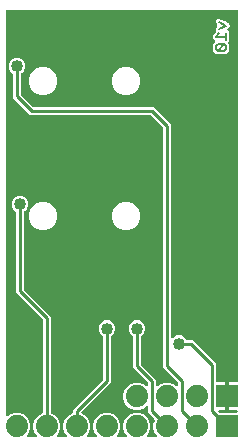
<source format=gbr>
G04 EAGLE Gerber RS-274X export*
G75*
%MOMM*%
%FSLAX34Y34*%
%LPD*%
%INBottom Copper*%
%IPPOS*%
%AMOC8*
5,1,8,0,0,1.08239X$1,22.5*%
G01*
%ADD10C,0.152400*%
%ADD11R,1.879600X1.879600*%
%ADD12C,1.879600*%
%ADD13C,1.016000*%
%ADD14C,0.254000*%

G36*
X28910Y3307D02*
X28910Y3307D01*
X28939Y3304D01*
X29050Y3327D01*
X29162Y3343D01*
X29189Y3355D01*
X29218Y3360D01*
X29318Y3413D01*
X29422Y3459D01*
X29444Y3478D01*
X29470Y3491D01*
X29552Y3569D01*
X29639Y3642D01*
X29655Y3667D01*
X29676Y3687D01*
X29733Y3785D01*
X29796Y3879D01*
X29805Y3907D01*
X29820Y3932D01*
X29848Y4042D01*
X29882Y4150D01*
X29883Y4180D01*
X29890Y4208D01*
X29886Y4321D01*
X29889Y4434D01*
X29882Y4463D01*
X29881Y4492D01*
X29846Y4600D01*
X29818Y4709D01*
X29803Y4735D01*
X29794Y4763D01*
X29748Y4827D01*
X29672Y4954D01*
X29627Y4997D01*
X29599Y5036D01*
X28409Y6225D01*
X26669Y10426D01*
X26669Y14974D01*
X28410Y19175D01*
X31625Y22391D01*
X34171Y23445D01*
X34172Y23446D01*
X34173Y23446D01*
X34294Y23518D01*
X34415Y23589D01*
X34416Y23591D01*
X34418Y23591D01*
X34515Y23695D01*
X34611Y23796D01*
X34611Y23797D01*
X34612Y23799D01*
X34677Y23924D01*
X34741Y24049D01*
X34741Y24050D01*
X34742Y24052D01*
X34744Y24067D01*
X34796Y24328D01*
X34793Y24358D01*
X34797Y24383D01*
X34797Y102351D01*
X34785Y102438D01*
X34782Y102525D01*
X34765Y102578D01*
X34757Y102633D01*
X34722Y102713D01*
X34695Y102796D01*
X34667Y102835D01*
X34641Y102892D01*
X34545Y103006D01*
X34500Y103069D01*
X11937Y125632D01*
X11937Y193651D01*
X11937Y193653D01*
X11937Y193654D01*
X11917Y193793D01*
X11897Y193932D01*
X11897Y193934D01*
X11897Y193936D01*
X11839Y194062D01*
X11781Y194192D01*
X11780Y194193D01*
X11779Y194195D01*
X11687Y194303D01*
X11598Y194409D01*
X11596Y194410D01*
X11595Y194411D01*
X11582Y194419D01*
X11361Y194566D01*
X11332Y194576D01*
X11310Y194589D01*
X11211Y194630D01*
X9210Y196631D01*
X8127Y199245D01*
X8127Y202075D01*
X9210Y204689D01*
X11211Y206690D01*
X13825Y207773D01*
X16655Y207773D01*
X19269Y206690D01*
X21270Y204689D01*
X22353Y202075D01*
X22353Y199245D01*
X21270Y196631D01*
X19269Y194630D01*
X19170Y194589D01*
X19168Y194588D01*
X19167Y194588D01*
X19049Y194518D01*
X18925Y194444D01*
X18924Y194443D01*
X18922Y194442D01*
X18827Y194340D01*
X18730Y194238D01*
X18729Y194236D01*
X18728Y194235D01*
X18664Y194110D01*
X18599Y193985D01*
X18599Y193983D01*
X18598Y193982D01*
X18596Y193967D01*
X18544Y193706D01*
X18547Y193676D01*
X18543Y193651D01*
X18543Y128789D01*
X18555Y128702D01*
X18558Y128615D01*
X18575Y128562D01*
X18583Y128507D01*
X18618Y128427D01*
X18645Y128344D01*
X18673Y128305D01*
X18699Y128248D01*
X18795Y128134D01*
X18840Y128071D01*
X41403Y105508D01*
X41403Y24383D01*
X41403Y24381D01*
X41403Y24380D01*
X41423Y24238D01*
X41443Y24101D01*
X41443Y24100D01*
X41443Y24098D01*
X41500Y23972D01*
X41559Y23842D01*
X41560Y23841D01*
X41561Y23839D01*
X41652Y23732D01*
X41742Y23625D01*
X41744Y23624D01*
X41745Y23623D01*
X41758Y23615D01*
X41979Y23467D01*
X42008Y23458D01*
X42029Y23445D01*
X44575Y22391D01*
X47790Y19175D01*
X49531Y14974D01*
X49531Y10426D01*
X47791Y6225D01*
X46601Y5036D01*
X46584Y5012D01*
X46561Y4993D01*
X46499Y4899D01*
X46430Y4809D01*
X46420Y4781D01*
X46404Y4757D01*
X46370Y4649D01*
X46329Y4543D01*
X46327Y4514D01*
X46318Y4486D01*
X46315Y4372D01*
X46306Y4260D01*
X46311Y4231D01*
X46311Y4202D01*
X46339Y4092D01*
X46362Y3981D01*
X46375Y3955D01*
X46382Y3927D01*
X46440Y3829D01*
X46493Y3729D01*
X46513Y3707D01*
X46528Y3682D01*
X46610Y3605D01*
X46688Y3523D01*
X46714Y3508D01*
X46735Y3488D01*
X46836Y3436D01*
X46934Y3379D01*
X46962Y3372D01*
X46988Y3358D01*
X47066Y3345D01*
X47209Y3309D01*
X47272Y3311D01*
X47319Y3303D01*
X54281Y3303D01*
X54310Y3307D01*
X54339Y3304D01*
X54450Y3327D01*
X54562Y3343D01*
X54589Y3355D01*
X54618Y3360D01*
X54718Y3413D01*
X54822Y3459D01*
X54844Y3478D01*
X54870Y3491D01*
X54952Y3569D01*
X55039Y3642D01*
X55055Y3667D01*
X55076Y3687D01*
X55133Y3785D01*
X55196Y3879D01*
X55205Y3907D01*
X55220Y3932D01*
X55248Y4042D01*
X55282Y4150D01*
X55283Y4180D01*
X55290Y4208D01*
X55286Y4321D01*
X55289Y4434D01*
X55282Y4463D01*
X55281Y4492D01*
X55246Y4600D01*
X55218Y4709D01*
X55203Y4735D01*
X55194Y4763D01*
X55148Y4827D01*
X55072Y4954D01*
X55027Y4997D01*
X54999Y5036D01*
X53809Y6225D01*
X52069Y10426D01*
X52069Y14974D01*
X53810Y19175D01*
X57025Y22391D01*
X59571Y23445D01*
X59572Y23446D01*
X59573Y23446D01*
X59694Y23518D01*
X59815Y23589D01*
X59816Y23591D01*
X59818Y23591D01*
X59915Y23695D01*
X60011Y23796D01*
X60011Y23797D01*
X60012Y23799D01*
X60077Y23924D01*
X60141Y24049D01*
X60141Y24050D01*
X60142Y24052D01*
X60144Y24067D01*
X60196Y24328D01*
X60193Y24358D01*
X60197Y24383D01*
X60197Y26768D01*
X85300Y51871D01*
X85352Y51940D01*
X85412Y52004D01*
X85438Y52054D01*
X85471Y52098D01*
X85502Y52180D01*
X85542Y52258D01*
X85550Y52305D01*
X85572Y52364D01*
X85584Y52511D01*
X85597Y52589D01*
X85597Y88241D01*
X85597Y88242D01*
X85597Y88244D01*
X85577Y88383D01*
X85557Y88522D01*
X85557Y88524D01*
X85557Y88525D01*
X85500Y88651D01*
X85441Y88782D01*
X85440Y88783D01*
X85439Y88784D01*
X85348Y88892D01*
X85258Y88999D01*
X85256Y89000D01*
X85255Y89001D01*
X85242Y89009D01*
X85021Y89156D01*
X84992Y89166D01*
X84971Y89179D01*
X84871Y89220D01*
X82870Y91221D01*
X81787Y93835D01*
X81787Y96665D01*
X82870Y99279D01*
X84871Y101280D01*
X87485Y102363D01*
X90315Y102363D01*
X92929Y101280D01*
X94930Y99279D01*
X96013Y96665D01*
X96013Y93835D01*
X94930Y91221D01*
X92929Y89220D01*
X92829Y89179D01*
X92828Y89178D01*
X92827Y89178D01*
X92708Y89107D01*
X92585Y89034D01*
X92584Y89033D01*
X92582Y89032D01*
X92485Y88928D01*
X92389Y88828D01*
X92389Y88826D01*
X92388Y88825D01*
X92323Y88699D01*
X92259Y88575D01*
X92259Y88573D01*
X92258Y88572D01*
X92256Y88557D01*
X92204Y88296D01*
X92207Y88266D01*
X92203Y88241D01*
X92203Y49432D01*
X89971Y47200D01*
X67646Y24875D01*
X67577Y24783D01*
X67503Y24695D01*
X67491Y24670D01*
X67475Y24648D01*
X67434Y24540D01*
X67387Y24435D01*
X67383Y24408D01*
X67373Y24382D01*
X67364Y24268D01*
X67348Y24154D01*
X67352Y24126D01*
X67350Y24099D01*
X67372Y23986D01*
X67389Y23872D01*
X67400Y23847D01*
X67406Y23820D01*
X67459Y23718D01*
X67506Y23613D01*
X67524Y23592D01*
X67537Y23568D01*
X67616Y23484D01*
X67690Y23397D01*
X67711Y23384D01*
X67733Y23361D01*
X67962Y23227D01*
X67975Y23219D01*
X69975Y22391D01*
X73190Y19175D01*
X74931Y14974D01*
X74931Y10426D01*
X73191Y6225D01*
X72001Y5036D01*
X71984Y5012D01*
X71961Y4993D01*
X71899Y4899D01*
X71830Y4809D01*
X71820Y4781D01*
X71804Y4757D01*
X71770Y4649D01*
X71729Y4543D01*
X71727Y4514D01*
X71718Y4486D01*
X71715Y4372D01*
X71706Y4260D01*
X71711Y4231D01*
X71711Y4202D01*
X71739Y4092D01*
X71762Y3981D01*
X71775Y3955D01*
X71782Y3927D01*
X71840Y3829D01*
X71893Y3729D01*
X71913Y3707D01*
X71928Y3682D01*
X72010Y3605D01*
X72088Y3523D01*
X72114Y3508D01*
X72135Y3488D01*
X72236Y3436D01*
X72334Y3379D01*
X72362Y3372D01*
X72388Y3358D01*
X72466Y3345D01*
X72609Y3309D01*
X72672Y3311D01*
X72719Y3303D01*
X79681Y3303D01*
X79710Y3307D01*
X79739Y3304D01*
X79850Y3327D01*
X79962Y3343D01*
X79989Y3355D01*
X80018Y3360D01*
X80118Y3413D01*
X80222Y3459D01*
X80244Y3478D01*
X80270Y3491D01*
X80352Y3569D01*
X80439Y3642D01*
X80455Y3667D01*
X80476Y3687D01*
X80533Y3785D01*
X80596Y3879D01*
X80605Y3907D01*
X80620Y3932D01*
X80648Y4042D01*
X80682Y4150D01*
X80683Y4180D01*
X80690Y4208D01*
X80686Y4321D01*
X80689Y4434D01*
X80682Y4463D01*
X80681Y4492D01*
X80646Y4600D01*
X80618Y4709D01*
X80603Y4735D01*
X80594Y4763D01*
X80548Y4827D01*
X80472Y4954D01*
X80427Y4997D01*
X80399Y5036D01*
X79209Y6225D01*
X77469Y10426D01*
X77469Y14974D01*
X79210Y19175D01*
X82425Y22390D01*
X86626Y24131D01*
X91174Y24131D01*
X95375Y22390D01*
X98590Y19175D01*
X100331Y14974D01*
X100331Y10426D01*
X98591Y6225D01*
X97401Y5036D01*
X97384Y5012D01*
X97361Y4993D01*
X97299Y4899D01*
X97230Y4809D01*
X97220Y4781D01*
X97204Y4757D01*
X97170Y4649D01*
X97129Y4543D01*
X97127Y4514D01*
X97118Y4486D01*
X97115Y4372D01*
X97106Y4260D01*
X97111Y4231D01*
X97111Y4202D01*
X97139Y4092D01*
X97162Y3981D01*
X97175Y3955D01*
X97182Y3927D01*
X97240Y3829D01*
X97293Y3729D01*
X97313Y3707D01*
X97328Y3682D01*
X97410Y3605D01*
X97488Y3523D01*
X97514Y3508D01*
X97535Y3488D01*
X97636Y3436D01*
X97734Y3379D01*
X97762Y3372D01*
X97788Y3358D01*
X97866Y3345D01*
X98009Y3309D01*
X98072Y3311D01*
X98119Y3303D01*
X105081Y3303D01*
X105110Y3307D01*
X105139Y3304D01*
X105250Y3327D01*
X105362Y3343D01*
X105389Y3355D01*
X105418Y3360D01*
X105518Y3413D01*
X105622Y3459D01*
X105644Y3478D01*
X105670Y3491D01*
X105752Y3569D01*
X105839Y3642D01*
X105855Y3667D01*
X105876Y3687D01*
X105933Y3785D01*
X105996Y3879D01*
X106005Y3907D01*
X106020Y3932D01*
X106048Y4042D01*
X106082Y4150D01*
X106083Y4180D01*
X106090Y4208D01*
X106086Y4321D01*
X106089Y4434D01*
X106082Y4463D01*
X106081Y4492D01*
X106046Y4600D01*
X106018Y4709D01*
X106003Y4735D01*
X105994Y4763D01*
X105948Y4827D01*
X105872Y4954D01*
X105827Y4997D01*
X105799Y5036D01*
X104609Y6225D01*
X102869Y10426D01*
X102869Y14974D01*
X104610Y19175D01*
X107825Y22390D01*
X112026Y24131D01*
X116574Y24131D01*
X120775Y22390D01*
X123990Y19175D01*
X125731Y14974D01*
X125731Y10426D01*
X123991Y6225D01*
X122801Y5036D01*
X122784Y5012D01*
X122761Y4993D01*
X122699Y4899D01*
X122630Y4809D01*
X122620Y4781D01*
X122604Y4757D01*
X122570Y4649D01*
X122529Y4543D01*
X122527Y4514D01*
X122518Y4486D01*
X122515Y4372D01*
X122506Y4260D01*
X122511Y4231D01*
X122511Y4202D01*
X122539Y4092D01*
X122562Y3981D01*
X122575Y3955D01*
X122582Y3927D01*
X122640Y3829D01*
X122693Y3729D01*
X122713Y3707D01*
X122728Y3682D01*
X122810Y3605D01*
X122888Y3523D01*
X122914Y3508D01*
X122935Y3488D01*
X123036Y3436D01*
X123134Y3379D01*
X123162Y3372D01*
X123188Y3358D01*
X123266Y3345D01*
X123409Y3309D01*
X123472Y3311D01*
X123519Y3303D01*
X130481Y3303D01*
X130510Y3307D01*
X130539Y3304D01*
X130650Y3327D01*
X130762Y3343D01*
X130789Y3355D01*
X130818Y3360D01*
X130918Y3413D01*
X131022Y3459D01*
X131044Y3478D01*
X131070Y3491D01*
X131152Y3569D01*
X131239Y3642D01*
X131255Y3667D01*
X131276Y3687D01*
X131333Y3785D01*
X131396Y3879D01*
X131405Y3907D01*
X131420Y3932D01*
X131448Y4042D01*
X131482Y4150D01*
X131483Y4180D01*
X131490Y4208D01*
X131486Y4321D01*
X131489Y4434D01*
X131482Y4463D01*
X131481Y4492D01*
X131446Y4600D01*
X131418Y4709D01*
X131403Y4735D01*
X131394Y4763D01*
X131348Y4827D01*
X131272Y4954D01*
X131227Y4997D01*
X131199Y5036D01*
X130009Y6225D01*
X128269Y10426D01*
X128269Y14974D01*
X129324Y17519D01*
X129324Y17521D01*
X129325Y17522D01*
X129359Y17656D01*
X129395Y17795D01*
X129395Y17796D01*
X129395Y17798D01*
X129390Y17938D01*
X129386Y18079D01*
X129386Y18080D01*
X129386Y18082D01*
X129343Y18215D01*
X129300Y18349D01*
X129299Y18351D01*
X129298Y18352D01*
X129290Y18364D01*
X129142Y18586D01*
X129118Y18605D01*
X129104Y18626D01*
X125929Y21800D01*
X123697Y24032D01*
X123697Y28881D01*
X123693Y28910D01*
X123696Y28939D01*
X123673Y29050D01*
X123657Y29162D01*
X123645Y29189D01*
X123640Y29218D01*
X123587Y29318D01*
X123541Y29422D01*
X123522Y29444D01*
X123509Y29470D01*
X123431Y29552D01*
X123358Y29639D01*
X123333Y29655D01*
X123313Y29676D01*
X123215Y29733D01*
X123121Y29796D01*
X123093Y29805D01*
X123068Y29820D01*
X122958Y29848D01*
X122850Y29882D01*
X122820Y29883D01*
X122792Y29890D01*
X122679Y29886D01*
X122566Y29889D01*
X122537Y29882D01*
X122508Y29881D01*
X122400Y29846D01*
X122291Y29818D01*
X122265Y29803D01*
X122237Y29794D01*
X122173Y29748D01*
X122046Y29672D01*
X122003Y29627D01*
X121964Y29599D01*
X120775Y28409D01*
X116574Y26669D01*
X112026Y26669D01*
X107825Y28410D01*
X104610Y31625D01*
X102869Y35826D01*
X102869Y40374D01*
X104610Y44575D01*
X107825Y47790D01*
X112026Y49531D01*
X116574Y49531D01*
X120775Y47791D01*
X121964Y46601D01*
X121988Y46584D01*
X122007Y46561D01*
X122101Y46499D01*
X122191Y46430D01*
X122219Y46420D01*
X122243Y46404D01*
X122351Y46370D01*
X122457Y46329D01*
X122486Y46327D01*
X122514Y46318D01*
X122628Y46315D01*
X122740Y46306D01*
X122769Y46311D01*
X122798Y46311D01*
X122908Y46339D01*
X123019Y46362D01*
X123045Y46375D01*
X123073Y46382D01*
X123171Y46440D01*
X123271Y46493D01*
X123293Y46513D01*
X123318Y46528D01*
X123395Y46610D01*
X123477Y46688D01*
X123492Y46714D01*
X123512Y46735D01*
X123564Y46836D01*
X123621Y46934D01*
X123628Y46962D01*
X123642Y46988D01*
X123655Y47066D01*
X123691Y47209D01*
X123689Y47272D01*
X123697Y47319D01*
X123697Y49011D01*
X123690Y49066D01*
X123691Y49105D01*
X123684Y49131D01*
X123682Y49185D01*
X123665Y49238D01*
X123657Y49293D01*
X123622Y49373D01*
X123595Y49456D01*
X123567Y49495D01*
X123541Y49552D01*
X123445Y49666D01*
X123400Y49729D01*
X110997Y62132D01*
X110997Y88241D01*
X110997Y88242D01*
X110997Y88244D01*
X110977Y88383D01*
X110957Y88522D01*
X110957Y88524D01*
X110957Y88525D01*
X110900Y88651D01*
X110841Y88782D01*
X110840Y88783D01*
X110839Y88784D01*
X110748Y88892D01*
X110658Y88999D01*
X110656Y89000D01*
X110655Y89001D01*
X110642Y89009D01*
X110421Y89156D01*
X110392Y89166D01*
X110371Y89179D01*
X110271Y89220D01*
X108270Y91221D01*
X107187Y93835D01*
X107187Y96665D01*
X108270Y99279D01*
X110271Y101280D01*
X112885Y102363D01*
X115715Y102363D01*
X118329Y101280D01*
X120330Y99279D01*
X121413Y96665D01*
X121413Y93835D01*
X120330Y91221D01*
X118329Y89220D01*
X118229Y89179D01*
X118228Y89178D01*
X118227Y89178D01*
X118108Y89107D01*
X117985Y89034D01*
X117984Y89033D01*
X117982Y89032D01*
X117885Y88928D01*
X117789Y88828D01*
X117789Y88826D01*
X117788Y88825D01*
X117723Y88699D01*
X117659Y88575D01*
X117659Y88573D01*
X117658Y88572D01*
X117656Y88557D01*
X117604Y88296D01*
X117607Y88266D01*
X117603Y88241D01*
X117603Y65289D01*
X117615Y65202D01*
X117618Y65115D01*
X117635Y65062D01*
X117643Y65007D01*
X117678Y64927D01*
X117705Y64844D01*
X117733Y64805D01*
X117759Y64748D01*
X117855Y64634D01*
X117900Y64571D01*
X130303Y52168D01*
X130303Y47319D01*
X130307Y47290D01*
X130304Y47261D01*
X130327Y47150D01*
X130343Y47038D01*
X130355Y47011D01*
X130360Y46982D01*
X130413Y46882D01*
X130459Y46778D01*
X130478Y46756D01*
X130491Y46730D01*
X130569Y46648D01*
X130642Y46561D01*
X130667Y46545D01*
X130687Y46524D01*
X130785Y46467D01*
X130879Y46404D01*
X130907Y46395D01*
X130932Y46380D01*
X131042Y46352D01*
X131150Y46318D01*
X131180Y46317D01*
X131208Y46310D01*
X131321Y46314D01*
X131434Y46311D01*
X131463Y46318D01*
X131492Y46319D01*
X131600Y46354D01*
X131709Y46382D01*
X131735Y46397D01*
X131763Y46406D01*
X131827Y46452D01*
X131954Y46528D01*
X131997Y46573D01*
X132036Y46601D01*
X133225Y47791D01*
X137426Y49531D01*
X141974Y49531D01*
X146175Y47791D01*
X147364Y46601D01*
X147388Y46584D01*
X147407Y46561D01*
X147501Y46499D01*
X147591Y46430D01*
X147619Y46420D01*
X147643Y46404D01*
X147751Y46370D01*
X147857Y46329D01*
X147886Y46327D01*
X147914Y46318D01*
X148028Y46315D01*
X148140Y46306D01*
X148169Y46311D01*
X148198Y46311D01*
X148308Y46339D01*
X148419Y46362D01*
X148445Y46375D01*
X148473Y46382D01*
X148571Y46440D01*
X148671Y46493D01*
X148693Y46513D01*
X148718Y46528D01*
X148795Y46610D01*
X148877Y46688D01*
X148892Y46714D01*
X148912Y46735D01*
X148964Y46836D01*
X149021Y46934D01*
X149028Y46962D01*
X149042Y46988D01*
X149055Y47066D01*
X149091Y47209D01*
X149089Y47272D01*
X149097Y47319D01*
X149097Y49011D01*
X149090Y49066D01*
X149091Y49105D01*
X149084Y49131D01*
X149082Y49185D01*
X149065Y49238D01*
X149057Y49293D01*
X149022Y49373D01*
X148995Y49456D01*
X148967Y49495D01*
X148941Y49552D01*
X148845Y49666D01*
X148800Y49729D01*
X136397Y62132D01*
X136397Y264911D01*
X136385Y264998D01*
X136382Y265085D01*
X136365Y265138D01*
X136357Y265193D01*
X136322Y265273D01*
X136295Y265356D01*
X136267Y265395D01*
X136241Y265452D01*
X136145Y265566D01*
X136100Y265629D01*
X125929Y275800D01*
X125860Y275852D01*
X125796Y275912D01*
X125746Y275938D01*
X125702Y275971D01*
X125620Y276002D01*
X125542Y276042D01*
X125495Y276050D01*
X125436Y276072D01*
X125289Y276084D01*
X125211Y276097D01*
X24032Y276097D01*
X9397Y290732D01*
X9397Y310491D01*
X9397Y310492D01*
X9397Y310494D01*
X9377Y310633D01*
X9357Y310772D01*
X9357Y310774D01*
X9357Y310775D01*
X9300Y310901D01*
X9241Y311032D01*
X9240Y311033D01*
X9239Y311034D01*
X9148Y311142D01*
X9058Y311249D01*
X9056Y311250D01*
X9055Y311251D01*
X9042Y311259D01*
X8821Y311406D01*
X8792Y311416D01*
X8771Y311429D01*
X8671Y311470D01*
X6670Y313471D01*
X5587Y316085D01*
X5587Y318915D01*
X6670Y321529D01*
X8671Y323530D01*
X11285Y324613D01*
X14115Y324613D01*
X16729Y323530D01*
X18730Y321529D01*
X19813Y318915D01*
X19813Y316085D01*
X18730Y313471D01*
X16729Y311470D01*
X16629Y311429D01*
X16628Y311428D01*
X16627Y311428D01*
X16508Y311357D01*
X16385Y311284D01*
X16384Y311283D01*
X16382Y311282D01*
X16284Y311178D01*
X16189Y311078D01*
X16189Y311076D01*
X16188Y311075D01*
X16123Y310949D01*
X16059Y310825D01*
X16059Y310823D01*
X16058Y310822D01*
X16056Y310807D01*
X16004Y310546D01*
X16007Y310516D01*
X16003Y310491D01*
X16003Y293889D01*
X16015Y293802D01*
X16018Y293715D01*
X16035Y293662D01*
X16043Y293607D01*
X16078Y293527D01*
X16105Y293444D01*
X16133Y293405D01*
X16159Y293348D01*
X16255Y293234D01*
X16300Y293171D01*
X26471Y283000D01*
X26540Y282948D01*
X26604Y282888D01*
X26654Y282862D01*
X26698Y282829D01*
X26780Y282798D01*
X26858Y282758D01*
X26905Y282750D01*
X26964Y282728D01*
X27111Y282716D01*
X27189Y282703D01*
X128368Y282703D01*
X143003Y268068D01*
X143003Y88203D01*
X143007Y88174D01*
X143004Y88144D01*
X143027Y88033D01*
X143043Y87921D01*
X143055Y87894D01*
X143060Y87866D01*
X143113Y87765D01*
X143159Y87662D01*
X143178Y87639D01*
X143191Y87613D01*
X143269Y87531D01*
X143342Y87445D01*
X143367Y87429D01*
X143387Y87407D01*
X143485Y87350D01*
X143579Y87287D01*
X143607Y87278D01*
X143632Y87264D01*
X143742Y87236D01*
X143850Y87201D01*
X143880Y87201D01*
X143908Y87193D01*
X144021Y87197D01*
X144134Y87194D01*
X144163Y87202D01*
X144192Y87202D01*
X144300Y87237D01*
X144409Y87266D01*
X144435Y87281D01*
X144463Y87290D01*
X144527Y87336D01*
X144654Y87411D01*
X144697Y87457D01*
X144736Y87485D01*
X145831Y88580D01*
X148445Y89663D01*
X151275Y89663D01*
X153889Y88580D01*
X155890Y86579D01*
X155931Y86479D01*
X155932Y86478D01*
X155932Y86477D01*
X156003Y86358D01*
X156076Y86235D01*
X156077Y86234D01*
X156078Y86232D01*
X156182Y86135D01*
X156282Y86039D01*
X156284Y86039D01*
X156285Y86038D01*
X156411Y85973D01*
X156535Y85909D01*
X156537Y85909D01*
X156538Y85908D01*
X156553Y85906D01*
X156814Y85854D01*
X156844Y85857D01*
X156869Y85853D01*
X161388Y85853D01*
X181103Y66138D01*
X181103Y51054D01*
X181111Y50996D01*
X181109Y50938D01*
X181131Y50856D01*
X181143Y50772D01*
X181166Y50719D01*
X181181Y50663D01*
X181224Y50590D01*
X181259Y50513D01*
X181297Y50468D01*
X181326Y50418D01*
X181388Y50360D01*
X181442Y50296D01*
X181491Y50264D01*
X181534Y50224D01*
X181609Y50185D01*
X181679Y50138D01*
X181735Y50121D01*
X181787Y50094D01*
X181855Y50083D01*
X181950Y50053D01*
X182050Y50050D01*
X182118Y50039D01*
X188469Y50039D01*
X188469Y39116D01*
X188477Y39058D01*
X188475Y39000D01*
X188497Y38918D01*
X188509Y38835D01*
X188533Y38781D01*
X188547Y38725D01*
X188590Y38652D01*
X188625Y38575D01*
X188663Y38531D01*
X188693Y38480D01*
X188754Y38423D01*
X188809Y38358D01*
X188857Y38326D01*
X188900Y38286D01*
X188975Y38247D01*
X189045Y38201D01*
X189101Y38183D01*
X189153Y38156D01*
X189221Y38145D01*
X189316Y38115D01*
X189416Y38112D01*
X189484Y38101D01*
X191516Y38101D01*
X191574Y38109D01*
X191632Y38108D01*
X191714Y38129D01*
X191797Y38141D01*
X191851Y38165D01*
X191907Y38179D01*
X191980Y38222D01*
X192057Y38257D01*
X192102Y38295D01*
X192152Y38325D01*
X192210Y38386D01*
X192274Y38441D01*
X192306Y38489D01*
X192346Y38532D01*
X192385Y38607D01*
X192431Y38677D01*
X192449Y38733D01*
X192476Y38785D01*
X192487Y38853D01*
X192517Y38948D01*
X192520Y39048D01*
X192531Y39116D01*
X192531Y50039D01*
X198710Y50039D01*
X198767Y50047D01*
X198826Y50045D01*
X198908Y50067D01*
X198991Y50079D01*
X199044Y50102D01*
X199101Y50117D01*
X199173Y50160D01*
X199251Y50195D01*
X199295Y50232D01*
X199345Y50262D01*
X199403Y50324D01*
X199468Y50378D01*
X199500Y50427D01*
X199540Y50469D01*
X199578Y50545D01*
X199625Y50615D01*
X199643Y50671D01*
X199669Y50722D01*
X199681Y50791D01*
X199711Y50886D01*
X199714Y50986D01*
X199725Y51053D01*
X199895Y363981D01*
X199887Y364040D01*
X199888Y364098D01*
X199867Y364180D01*
X199855Y364263D01*
X199831Y364317D01*
X199816Y364373D01*
X199773Y364446D01*
X199739Y364522D01*
X199701Y364567D01*
X199671Y364618D01*
X199610Y364675D01*
X199556Y364740D01*
X199507Y364772D01*
X199464Y364812D01*
X199389Y364851D01*
X199319Y364897D01*
X199263Y364915D01*
X199211Y364942D01*
X199143Y364953D01*
X199048Y364983D01*
X198948Y364986D01*
X198880Y364997D01*
X4318Y364997D01*
X4260Y364989D01*
X4202Y364991D01*
X4120Y364969D01*
X4036Y364957D01*
X3983Y364934D01*
X3927Y364919D01*
X3854Y364876D01*
X3777Y364841D01*
X3732Y364803D01*
X3682Y364774D01*
X3624Y364712D01*
X3560Y364658D01*
X3528Y364609D01*
X3488Y364566D01*
X3449Y364491D01*
X3402Y364421D01*
X3385Y364365D01*
X3358Y364313D01*
X3347Y364245D01*
X3317Y364150D01*
X3314Y364050D01*
X3303Y363982D01*
X3303Y21919D01*
X3307Y21890D01*
X3304Y21861D01*
X3327Y21750D01*
X3343Y21638D01*
X3355Y21611D01*
X3360Y21582D01*
X3413Y21482D01*
X3459Y21378D01*
X3478Y21356D01*
X3491Y21330D01*
X3569Y21248D01*
X3642Y21161D01*
X3667Y21145D01*
X3687Y21124D01*
X3785Y21067D01*
X3879Y21004D01*
X3907Y20995D01*
X3932Y20980D01*
X4042Y20952D01*
X4150Y20918D01*
X4180Y20917D01*
X4208Y20910D01*
X4321Y20914D01*
X4434Y20911D01*
X4463Y20918D01*
X4492Y20919D01*
X4600Y20954D01*
X4709Y20982D01*
X4735Y20997D01*
X4763Y21006D01*
X4827Y21052D01*
X4954Y21128D01*
X4997Y21173D01*
X5036Y21201D01*
X6225Y22391D01*
X10426Y24131D01*
X14974Y24131D01*
X19175Y22390D01*
X22390Y19175D01*
X24131Y14974D01*
X24131Y10426D01*
X22391Y6225D01*
X21201Y5036D01*
X21184Y5012D01*
X21161Y4993D01*
X21099Y4899D01*
X21030Y4809D01*
X21020Y4781D01*
X21004Y4757D01*
X20970Y4649D01*
X20929Y4543D01*
X20927Y4514D01*
X20918Y4486D01*
X20915Y4372D01*
X20906Y4260D01*
X20911Y4231D01*
X20911Y4202D01*
X20939Y4092D01*
X20962Y3981D01*
X20975Y3955D01*
X20982Y3927D01*
X21040Y3829D01*
X21093Y3729D01*
X21113Y3707D01*
X21128Y3682D01*
X21210Y3605D01*
X21288Y3523D01*
X21314Y3508D01*
X21335Y3488D01*
X21436Y3436D01*
X21534Y3379D01*
X21562Y3372D01*
X21588Y3358D01*
X21666Y3345D01*
X21809Y3309D01*
X21872Y3311D01*
X21919Y3303D01*
X28881Y3303D01*
X28910Y3307D01*
G37*
%LPC*%
G36*
X102607Y292767D02*
X102607Y292767D01*
X98184Y294599D01*
X94799Y297984D01*
X92967Y302407D01*
X92967Y307193D01*
X94799Y311616D01*
X98184Y315001D01*
X102607Y316833D01*
X107393Y316833D01*
X111816Y315001D01*
X115201Y311616D01*
X117033Y307193D01*
X117033Y302407D01*
X115201Y297984D01*
X111816Y294599D01*
X107393Y292767D01*
X102607Y292767D01*
G37*
%LPD*%
%LPC*%
G36*
X32607Y292767D02*
X32607Y292767D01*
X28184Y294599D01*
X24799Y297984D01*
X22967Y302407D01*
X22967Y307193D01*
X24799Y311616D01*
X28184Y315001D01*
X32607Y316833D01*
X37393Y316833D01*
X41816Y315001D01*
X45201Y311616D01*
X47033Y307193D01*
X47033Y302407D01*
X45201Y297984D01*
X41816Y294599D01*
X37393Y292767D01*
X32607Y292767D01*
G37*
%LPD*%
%LPC*%
G36*
X32607Y178467D02*
X32607Y178467D01*
X28184Y180299D01*
X24799Y183684D01*
X22967Y188107D01*
X22967Y192893D01*
X24799Y197316D01*
X28184Y200701D01*
X32607Y202533D01*
X37393Y202533D01*
X41816Y200701D01*
X45201Y197316D01*
X47033Y192893D01*
X47033Y188107D01*
X45201Y183684D01*
X41816Y180299D01*
X37393Y178467D01*
X32607Y178467D01*
G37*
%LPD*%
%LPC*%
G36*
X102607Y178467D02*
X102607Y178467D01*
X98184Y180299D01*
X94799Y183684D01*
X92967Y188107D01*
X92967Y192893D01*
X94799Y197316D01*
X98184Y200701D01*
X102607Y202533D01*
X107393Y202533D01*
X111816Y200701D01*
X115201Y197316D01*
X117033Y192893D01*
X117033Y188107D01*
X115201Y183684D01*
X111816Y180299D01*
X107393Y178467D01*
X102607Y178467D01*
G37*
%LPD*%
%LPC*%
G36*
X181378Y327571D02*
X181378Y327571D01*
X179443Y329505D01*
X178300Y330648D01*
X178300Y335845D01*
X180234Y337779D01*
X180529Y338074D01*
X180547Y338097D01*
X180569Y338116D01*
X180632Y338211D01*
X180700Y338301D01*
X180710Y338328D01*
X180727Y338353D01*
X180761Y338461D01*
X180801Y338567D01*
X180804Y338596D01*
X180812Y338624D01*
X180815Y338737D01*
X180825Y338850D01*
X180819Y338879D01*
X180820Y338908D01*
X180791Y339018D01*
X180769Y339129D01*
X180755Y339155D01*
X180748Y339183D01*
X180690Y339280D01*
X180638Y339381D01*
X180618Y339402D01*
X180603Y339428D01*
X180520Y339505D01*
X180442Y339587D01*
X180417Y339602D01*
X180395Y339622D01*
X180295Y339674D01*
X180197Y339731D01*
X180168Y339738D01*
X180142Y339751D01*
X180065Y339764D01*
X179950Y339794D01*
X178300Y341444D01*
X178300Y343759D01*
X180234Y345694D01*
X181255Y346715D01*
X181278Y346745D01*
X181307Y346770D01*
X181363Y346858D01*
X181426Y346942D01*
X181440Y346977D01*
X181460Y347009D01*
X181490Y347110D01*
X181528Y347208D01*
X181531Y347245D01*
X181542Y347282D01*
X181542Y347387D01*
X181551Y347491D01*
X181544Y347528D01*
X181544Y347566D01*
X181521Y347641D01*
X181495Y347770D01*
X181463Y347833D01*
X181454Y347864D01*
X181451Y347870D01*
X181446Y347887D01*
X180958Y348861D01*
X181692Y351062D01*
X181755Y351105D01*
X181841Y351155D01*
X181871Y351186D01*
X181907Y351210D01*
X181970Y351287D01*
X182039Y351359D01*
X182059Y351397D01*
X182087Y351430D01*
X182126Y351522D01*
X182173Y351610D01*
X182182Y351652D01*
X182199Y351692D01*
X182211Y351791D01*
X182232Y351888D01*
X182228Y351931D01*
X182234Y351974D01*
X182218Y352072D01*
X182211Y352172D01*
X182196Y352212D01*
X182189Y352255D01*
X182147Y352345D01*
X182112Y352438D01*
X182087Y352473D01*
X182069Y352512D01*
X182003Y352587D01*
X181944Y352667D01*
X181913Y352690D01*
X181881Y352726D01*
X181730Y352823D01*
X181692Y352851D01*
X180958Y355052D01*
X181994Y357123D01*
X184190Y357855D01*
X190746Y354578D01*
X190825Y354551D01*
X190879Y354523D01*
X191744Y354234D01*
X191759Y354213D01*
X191831Y354109D01*
X191843Y354099D01*
X191852Y354086D01*
X191908Y354046D01*
X192017Y353956D01*
X192304Y353098D01*
X192341Y353023D01*
X192359Y352964D01*
X192766Y352149D01*
X192763Y352123D01*
X192740Y351998D01*
X192741Y351983D01*
X192739Y351967D01*
X192750Y351899D01*
X192764Y351759D01*
X192359Y350949D01*
X192332Y350870D01*
X192304Y350816D01*
X192015Y349951D01*
X191994Y349936D01*
X191890Y349864D01*
X191880Y349852D01*
X191867Y349842D01*
X191827Y349787D01*
X191737Y349677D01*
X191615Y349637D01*
X191607Y349633D01*
X191599Y349631D01*
X191480Y349570D01*
X191360Y349510D01*
X191354Y349504D01*
X191346Y349500D01*
X191250Y349408D01*
X191151Y349317D01*
X191146Y349310D01*
X191140Y349304D01*
X191072Y349188D01*
X191003Y349075D01*
X191001Y349066D01*
X190996Y349059D01*
X190963Y348929D01*
X190928Y348800D01*
X190928Y348792D01*
X190926Y348783D01*
X190931Y348650D01*
X190933Y348516D01*
X190935Y348508D01*
X190935Y348499D01*
X190977Y348371D01*
X191016Y348244D01*
X191020Y348237D01*
X191023Y348229D01*
X191053Y348186D01*
X191171Y348006D01*
X191200Y347981D01*
X191218Y347955D01*
X192533Y346640D01*
X192533Y338563D01*
X191892Y337922D01*
X191856Y337875D01*
X191814Y337835D01*
X191771Y337762D01*
X191721Y337695D01*
X191700Y337640D01*
X191670Y337589D01*
X191649Y337508D01*
X191619Y337429D01*
X191615Y337371D01*
X191600Y337314D01*
X191603Y337230D01*
X191596Y337146D01*
X191607Y337088D01*
X191609Y337030D01*
X191635Y336950D01*
X191652Y336867D01*
X191679Y336815D01*
X191697Y336759D01*
X191737Y336703D01*
X191783Y336615D01*
X191852Y336542D01*
X191892Y336486D01*
X192533Y335845D01*
X192533Y330648D01*
X189455Y327571D01*
X181378Y327571D01*
G37*
%LPD*%
G36*
X198754Y24139D02*
X198754Y24139D01*
X198812Y24137D01*
X198894Y24159D01*
X198977Y24171D01*
X199031Y24194D01*
X199087Y24209D01*
X199160Y24252D01*
X199237Y24287D01*
X199281Y24325D01*
X199331Y24354D01*
X199389Y24416D01*
X199454Y24470D01*
X199486Y24519D01*
X199526Y24562D01*
X199564Y24637D01*
X199611Y24707D01*
X199629Y24763D01*
X199655Y24815D01*
X199667Y24883D01*
X199697Y24978D01*
X199700Y25078D01*
X199711Y25146D01*
X199703Y25204D01*
X199704Y25262D01*
X199683Y25344D01*
X199671Y25428D01*
X199647Y25481D01*
X199632Y25537D01*
X199589Y25610D01*
X199555Y25687D01*
X199517Y25732D01*
X199487Y25782D01*
X199426Y25840D01*
X199371Y25904D01*
X199323Y25936D01*
X199280Y25976D01*
X199205Y26015D01*
X199135Y26062D01*
X199079Y26079D01*
X199027Y26106D01*
X198959Y26117D01*
X198864Y26147D01*
X198764Y26150D01*
X198696Y26161D01*
X192531Y26161D01*
X192531Y37084D01*
X192523Y37142D01*
X192525Y37200D01*
X192503Y37282D01*
X192491Y37365D01*
X192467Y37419D01*
X192453Y37475D01*
X192410Y37548D01*
X192375Y37625D01*
X192337Y37669D01*
X192307Y37720D01*
X192246Y37777D01*
X192191Y37842D01*
X192143Y37874D01*
X192100Y37914D01*
X192025Y37953D01*
X191955Y37999D01*
X191899Y38017D01*
X191847Y38044D01*
X191779Y38055D01*
X191684Y38085D01*
X191584Y38088D01*
X191516Y38099D01*
X189484Y38099D01*
X189426Y38091D01*
X189368Y38092D01*
X189286Y38071D01*
X189203Y38059D01*
X189149Y38035D01*
X189093Y38021D01*
X189020Y37978D01*
X188943Y37943D01*
X188898Y37905D01*
X188848Y37875D01*
X188790Y37814D01*
X188726Y37759D01*
X188694Y37711D01*
X188654Y37668D01*
X188615Y37593D01*
X188569Y37523D01*
X188551Y37467D01*
X188524Y37415D01*
X188513Y37347D01*
X188483Y37252D01*
X188480Y37152D01*
X188469Y37084D01*
X188469Y26161D01*
X184161Y26161D01*
X184111Y26154D01*
X184061Y26156D01*
X183971Y26134D01*
X183879Y26121D01*
X183833Y26101D01*
X183785Y26089D01*
X183704Y26043D01*
X183620Y26005D01*
X183581Y25973D01*
X183538Y25948D01*
X183473Y25881D01*
X183403Y25822D01*
X183375Y25780D01*
X183340Y25744D01*
X183296Y25662D01*
X183245Y25585D01*
X183230Y25537D01*
X183206Y25493D01*
X183187Y25402D01*
X183159Y25314D01*
X183158Y25264D01*
X183148Y25215D01*
X183154Y25122D01*
X183152Y25030D01*
X183165Y24981D01*
X183168Y24931D01*
X183200Y24844D01*
X183224Y24755D01*
X183249Y24712D01*
X183267Y24665D01*
X183322Y24590D01*
X183369Y24510D01*
X183405Y24476D01*
X183435Y24436D01*
X183495Y24392D01*
X183576Y24316D01*
X183655Y24275D01*
X183706Y24238D01*
X183707Y24238D01*
X183770Y24217D01*
X183829Y24186D01*
X183830Y24186D01*
X183892Y24176D01*
X183976Y24148D01*
X184088Y24143D01*
X184161Y24131D01*
X198696Y24131D01*
X198754Y24139D01*
G37*
D10*
X183976Y354838D02*
X189738Y351957D01*
X183976Y349076D01*
X183976Y345483D02*
X181095Y342602D01*
X189738Y342602D01*
X189738Y345483D02*
X189738Y339721D01*
X188297Y336128D02*
X182535Y336128D01*
X181095Y334687D01*
X181095Y331806D01*
X182535Y330365D01*
X188297Y330365D01*
X189738Y331806D01*
X189738Y334687D01*
X188297Y336128D01*
X182535Y330365D01*
D11*
X190500Y38100D03*
D12*
X165100Y38100D03*
X139700Y38100D03*
X114300Y38100D03*
D11*
X190500Y12700D03*
D12*
X165100Y12700D03*
X139700Y12700D03*
X114300Y12700D03*
X88900Y12700D03*
X63500Y12700D03*
X38100Y12700D03*
X12700Y12700D03*
D13*
X46990Y166370D03*
X101600Y134620D03*
D14*
X38100Y104140D02*
X38100Y12700D01*
X38100Y104140D02*
X15240Y127000D01*
X15240Y200660D01*
D13*
X15240Y200660D03*
D14*
X63500Y25400D02*
X63500Y12700D01*
X63500Y25400D02*
X88900Y50800D01*
X88900Y95250D01*
D13*
X88900Y95250D03*
D14*
X127000Y25400D02*
X139700Y12700D01*
X127000Y25400D02*
X127000Y50800D01*
X114300Y63500D01*
X114300Y95250D01*
D13*
X114300Y95250D03*
D14*
X139700Y63500D02*
X139700Y266700D01*
X127000Y279400D01*
X25400Y279400D01*
X12700Y292100D01*
X12700Y317500D01*
D13*
X12700Y317500D03*
D14*
X152400Y25400D02*
X165100Y12700D01*
X152400Y25400D02*
X152400Y50800D01*
X139700Y63500D01*
X177800Y25400D02*
X190500Y12700D01*
X177800Y25400D02*
X177800Y64770D01*
X160020Y82550D01*
X149860Y82550D01*
D13*
X149860Y82550D03*
M02*

</source>
